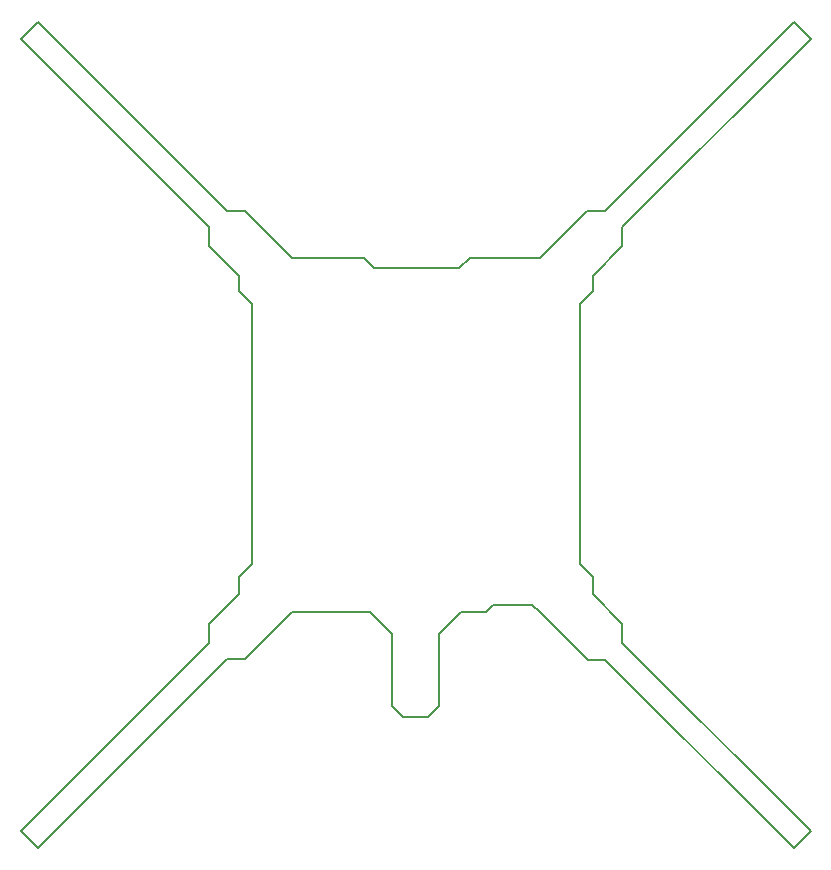
<source format=gm1>
G04 Layer_Color=16711935*
%FSLAX24Y24*%
%MOIN*%
G70*
G01*
G75*
%ADD10C,0.0060*%
D10*
X17913Y19685D02*
X18484Y19114D01*
X7890Y250D02*
X9199D01*
X7640Y0D02*
X7890Y250D01*
X7210Y0D02*
X7640D01*
X9199Y250D02*
X9449Y0D01*
X6820D02*
X7200D01*
X7210D01*
X10787Y1614D02*
Y10276D01*
X-394Y13386D02*
X1181Y11811D01*
X-1575Y-400D02*
Y-394D01*
X-394Y-1575D02*
X1181Y0D01*
X-400Y-1575D02*
X-394D01*
X9449Y0D02*
X11049Y-1600D01*
X9449Y11811D02*
X11024Y13386D01*
X-984D02*
X-394D01*
X-1575Y12205D02*
Y12835D01*
X-7854Y19114D02*
X-1575Y12835D01*
X-7283Y19685D02*
X-984Y13386D01*
X-984D01*
X11024D02*
X11614D01*
X12205Y12200D02*
Y12835D01*
X18484Y19114D01*
X11614Y13386D02*
X17913Y19685D01*
X11049Y-1600D02*
X11639D01*
X17913Y-7874D01*
X18484Y-7303D01*
X12205Y-1024D02*
X18484Y-7303D01*
X-984Y-1575D02*
X-400D01*
X-1575Y-1024D02*
Y-400D01*
X-7854Y-7303D02*
X-1575Y-1024D01*
X-7854Y-7303D02*
X-7283Y-7874D01*
X-984Y-1575D01*
X3800Y0D02*
X4528Y-728D01*
Y-2362D02*
Y-728D01*
X6102Y-2362D02*
Y-718D01*
X6820Y0D01*
X1181D02*
X3800D01*
X1181Y11811D02*
X3586D01*
X3937Y11460D01*
X6760D01*
X7111Y11811D01*
X9449D01*
X4528Y-3128D02*
Y-2362D01*
Y-3128D02*
X4900Y-3500D01*
X5720D01*
X6102Y-3118D01*
Y-2362D01*
X12205Y-1024D02*
Y-394D01*
X11220Y591D02*
X12205Y-394D01*
X11220Y591D02*
Y1181D01*
X10787Y1614D02*
X11220Y1181D01*
Y11216D02*
X12205Y12200D01*
X11220Y10709D02*
Y11216D01*
X10787Y10276D02*
X11220Y10709D01*
X-1575Y-394D02*
X-591Y591D01*
Y10709D02*
Y11220D01*
Y10709D02*
X-157Y10276D01*
Y1614D02*
Y10276D01*
X-1575Y12205D02*
X-591Y11220D01*
X-7854Y19114D02*
X-7283Y19685D01*
X-591Y591D02*
Y1181D01*
X-157Y1614D01*
M02*

</source>
